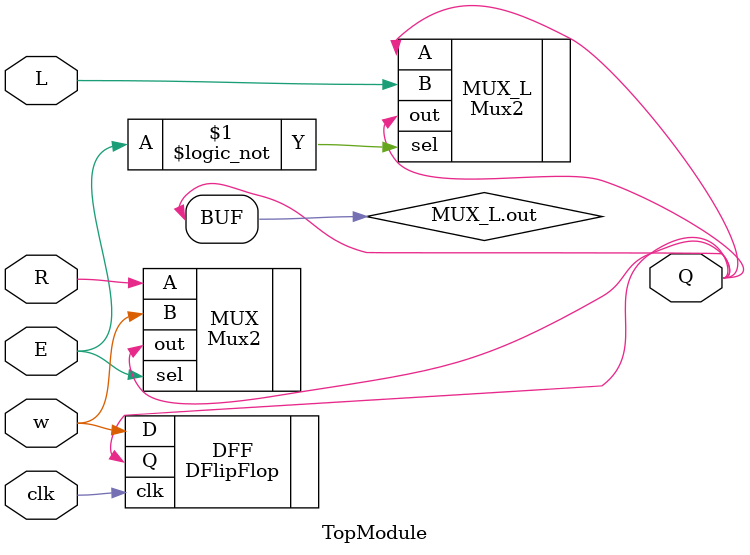
<source format=sv>

module TopModule (
  input clk, // Positive clock signal
  input w,   // Input to the first stage of the shift register
  input R,   // Value to load into the shift register
  input E,   // Enable signal for shifting
  input L,   // Load signal
  output reg Q // Output of the shift register
);

// Instantiate a D flip-flop (DFF) for this stage
DFlipFlop #(.DWIDTH(1)) DFF (
  .clk(clk),
  .D(w),
  .Q(Q)
);

// Instantiate a multiplexer to select between the current value and the input w
Mux2 #(.WIDTH(1)) MUX (
  .A(R), // Current value of the shift register
  .B(w), // Input to the first stage of the shift register
  .sel(E), // Enable signal for shifting
  .out(Q) // Output of the multiplexer
);

// Instantiate a multiplexer to select between the current output and the load input
Mux2 #(.WIDTH(1)) MUX_L (
  .A(Q), // Current output of the shift register
  .B(L), // Load signal
  .sel(!E), // Disable signal for shifting
  .out(Q) // Output of the multiplexer
);

// Connect the outputs of the DFF and the two multiplexers to form the desired behavior
assign Q = MUX_L.out;

endmodule

// VERILOG-EVAL: errant inclusion of module definition

</source>
